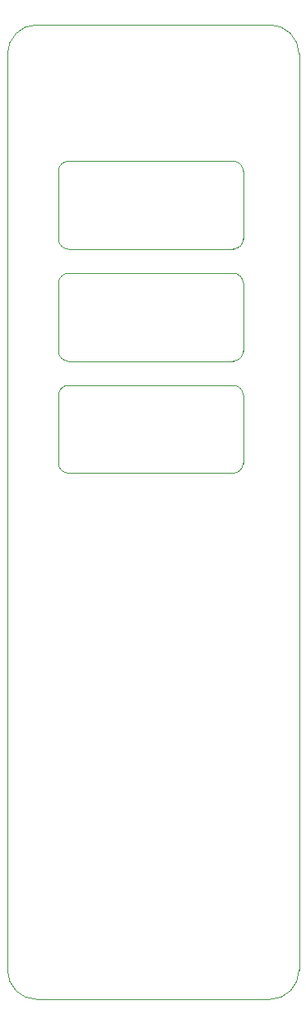
<source format=gbr>
%TF.GenerationSoftware,KiCad,Pcbnew,9.0.1*%
%TF.CreationDate,2025-05-21T18:26:19+10:00*%
%TF.ProjectId,Power,506f7765-722e-46b6-9963-61645f706362,rev?*%
%TF.SameCoordinates,Original*%
%TF.FileFunction,Profile,NP*%
%FSLAX46Y46*%
G04 Gerber Fmt 4.6, Leading zero omitted, Abs format (unit mm)*
G04 Created by KiCad (PCBNEW 9.0.1) date 2025-05-21 18:26:19*
%MOMM*%
%LPD*%
G01*
G04 APERTURE LIST*
%TA.AperFunction,Profile*%
%ADD10C,0.050000*%
%TD*%
G04 APERTURE END LIST*
D10*
X127000000Y-40500000D02*
X103000000Y-40500000D01*
X99999999Y-137500000D02*
X99999999Y-43500000D01*
X130000000Y-43500000D02*
X130000000Y-137500000D01*
X99999999Y-43500001D02*
G75*
G02*
X102999999Y-40499999I3000001J1D01*
G01*
X102999999Y-140500001D02*
G75*
G02*
X99999999Y-137500001I1J3000001D01*
G01*
X130000000Y-137500000D02*
G75*
G02*
X127000000Y-140500000I-3000000J0D01*
G01*
X127000000Y-40500000D02*
G75*
G02*
X130000000Y-43500000I0J-3000000D01*
G01*
X103000000Y-140500000D02*
X127000000Y-140500000D01*
%TO.C,C3*%
X105250000Y-78500000D02*
X105250000Y-85500000D01*
X106250000Y-86500000D02*
X123250000Y-86500000D01*
X123250000Y-77500000D02*
X106250000Y-77500000D01*
X124250000Y-85500000D02*
X124250000Y-78500000D01*
X105250000Y-78500000D02*
G75*
G02*
X106250000Y-77500000I1000000J0D01*
G01*
X106250000Y-86500000D02*
G75*
G02*
X105250000Y-85500000I-1J999999D01*
G01*
X123250000Y-77500000D02*
G75*
G02*
X124250000Y-78500000I0J-1000000D01*
G01*
X124250000Y-85500000D02*
G75*
G02*
X123250000Y-86500000I-999999J-1D01*
G01*
%TO.C,C1*%
X105250000Y-55500000D02*
X105250000Y-62500000D01*
X106250000Y-63500000D02*
X123250000Y-63500000D01*
X123250000Y-54500000D02*
X106250000Y-54500000D01*
X124250000Y-62500000D02*
X124250000Y-55500000D01*
X105250000Y-55500000D02*
G75*
G02*
X106250000Y-54500000I1000000J0D01*
G01*
X106250000Y-63500000D02*
G75*
G02*
X105250000Y-62500000I-1J999999D01*
G01*
X123250000Y-54500000D02*
G75*
G02*
X124250000Y-55500000I0J-1000000D01*
G01*
X124250000Y-62500000D02*
G75*
G02*
X123250000Y-63500000I-999999J-1D01*
G01*
%TO.C,C2*%
X105250000Y-67000000D02*
X105250000Y-74000000D01*
X106250000Y-75000000D02*
X123250000Y-75000000D01*
X123250000Y-66000000D02*
X106250000Y-66000000D01*
X124250000Y-74000000D02*
X124250000Y-67000000D01*
X105250000Y-67000000D02*
G75*
G02*
X106250000Y-66000000I1000000J0D01*
G01*
X106250000Y-75000000D02*
G75*
G02*
X105250000Y-74000000I-1J999999D01*
G01*
X123250000Y-66000000D02*
G75*
G02*
X124250000Y-67000000I0J-1000000D01*
G01*
X124250000Y-74000000D02*
G75*
G02*
X123250000Y-75000000I-999999J-1D01*
G01*
%TD*%
M02*

</source>
